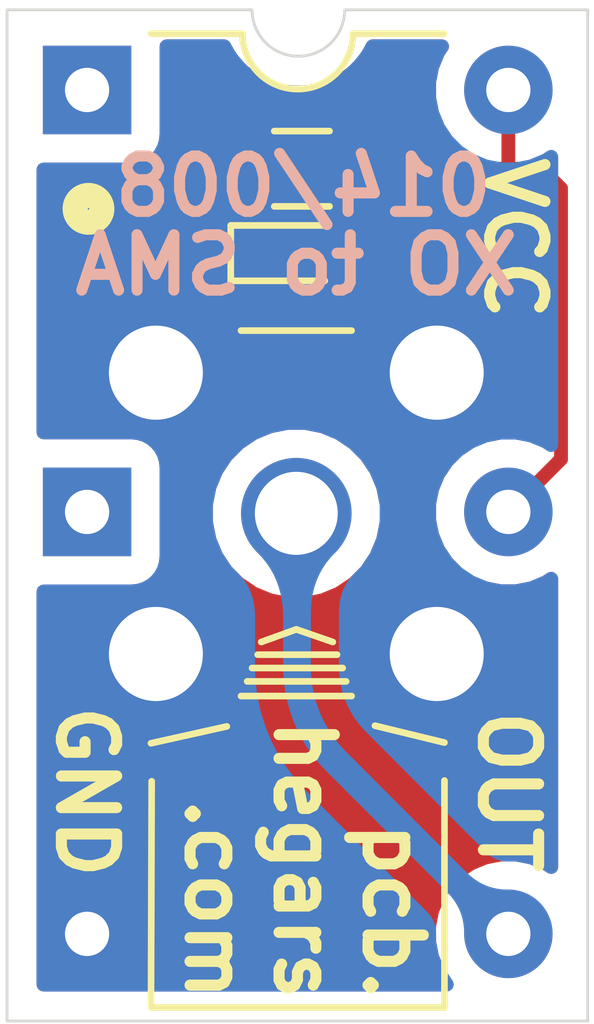
<source format=kicad_pcb>
(kicad_pcb (version 20171130) (host pcbnew "(5.1.8)-1")

  (general
    (thickness 1.6)
    (drawings 57)
    (tracks 36)
    (zones 0)
    (modules 4)
    (nets 5)
  )

  (page A4)
  (layers
    (0 F.Cu signal)
    (31 B.Cu signal)
    (32 B.Adhes user)
    (33 F.Adhes user)
    (34 B.Paste user)
    (35 F.Paste user)
    (36 B.SilkS user)
    (37 F.SilkS user)
    (38 B.Mask user)
    (39 F.Mask user)
    (40 Dwgs.User user)
    (41 Cmts.User user)
    (42 Eco1.User user)
    (43 Eco2.User user)
    (44 Edge.Cuts user)
    (45 Margin user)
    (46 B.CrtYd user)
    (47 F.CrtYd user)
    (48 B.Fab user hide)
    (49 F.Fab user hide)
  )

  (setup
    (last_trace_width 0.25)
    (user_trace_width 0.5)
    (trace_clearance 0.2)
    (zone_clearance 0.508)
    (zone_45_only no)
    (trace_min 0.2)
    (via_size 0.8)
    (via_drill 0.4)
    (via_min_size 0.4)
    (via_min_drill 0.3)
    (uvia_size 0.3)
    (uvia_drill 0.1)
    (uvias_allowed no)
    (uvia_min_size 0.2)
    (uvia_min_drill 0.1)
    (edge_width 0.05)
    (segment_width 0.2)
    (pcb_text_width 0.3)
    (pcb_text_size 1.5 1.5)
    (mod_edge_width 0.12)
    (mod_text_size 1 1)
    (mod_text_width 0.15)
    (pad_size 1.6 1.6)
    (pad_drill 0.8)
    (pad_to_mask_clearance 0.05)
    (aux_axis_origin 0 0)
    (visible_elements 7FFFFFFF)
    (pcbplotparams
      (layerselection 0x010fc_ffffffff)
      (usegerberextensions false)
      (usegerberattributes true)
      (usegerberadvancedattributes true)
      (creategerberjobfile true)
      (excludeedgelayer true)
      (linewidth 0.100000)
      (plotframeref false)
      (viasonmask false)
      (mode 1)
      (useauxorigin false)
      (hpglpennumber 1)
      (hpglpenspeed 20)
      (hpglpendiameter 15.000000)
      (psnegative false)
      (psa4output false)
      (plotreference true)
      (plotvalue true)
      (plotinvisibletext false)
      (padsonsilk false)
      (subtractmaskfromsilk false)
      (outputformat 1)
      (mirror false)
      (drillshape 0)
      (scaleselection 1)
      (outputdirectory "gerber/"))
  )

  (net 0 "")
  (net 1 GND)
  (net 2 OUT)
  (net 3 VCC)
  (net 4 NC)

  (net_class Default "This is the default net class."
    (clearance 0.2)
    (trace_width 0.25)
    (via_dia 0.8)
    (via_drill 0.4)
    (uvia_dia 0.3)
    (uvia_drill 0.1)
    (add_net GND)
    (add_net NC)
    (add_net OUT)
    (add_net VCC)
  )

  (module Sebs:DIP-14_W7.62mm_CLK (layer F.Cu) (tedit 5FD5C923) (tstamp 5FD21094)
    (at 151.0284 96.1009)
    (descr "14-lead though-hole mounted DIP package, row spacing 7.62 mm (300 mils), Socket")
    (tags "THT DIP DIL PDIP 2.54mm 7.62mm 300mil Socket")
    (fp_text reference REF** (at 3.81 -2.33) (layer F.SilkS) hide
      (effects (font (size 1 1) (thickness 0.15)))
    )
    (fp_text value DIP-14_W7.62mm_CLK (at 3.81 17.57) (layer F.Fab)
      (effects (font (size 1 1) (thickness 0.15)))
    )
    (fp_line (start 9.15 -1.6) (end -1.55 -1.6) (layer F.CrtYd) (width 0.05))
    (fp_line (start 9.15 16.85) (end 9.15 -1.6) (layer F.CrtYd) (width 0.05))
    (fp_line (start -1.55 16.85) (end 9.15 16.85) (layer F.CrtYd) (width 0.05))
    (fp_line (start -1.55 -1.6) (end -1.55 16.85) (layer F.CrtYd) (width 0.05))
    (fp_line (start 6.46 -1.016) (end 4.81 -1.016) (layer F.SilkS) (width 0.12))
    (fp_line (start 1.16 16.57) (end 6.46 16.57) (layer F.SilkS) (width 0.12))
    (fp_line (start 2.81 -1.016) (end 1.16 -1.016) (layer F.SilkS) (width 0.12))
    (fp_line (start 8.89 -1.33) (end -1.27 -1.33) (layer F.Fab) (width 0.1))
    (fp_line (start 8.89 16.57) (end 8.89 -1.33) (layer F.Fab) (width 0.1))
    (fp_line (start -1.27 16.57) (end 8.89 16.57) (layer F.Fab) (width 0.1))
    (fp_line (start -1.27 -1.33) (end -1.27 16.57) (layer F.Fab) (width 0.1))
    (fp_line (start 0.635 -0.27) (end 1.635 -1.27) (layer F.Fab) (width 0.1))
    (fp_line (start 0.635 16.51) (end 0.635 -0.27) (layer F.Fab) (width 0.1))
    (fp_line (start 6.985 16.51) (end 0.635 16.51) (layer F.Fab) (width 0.1))
    (fp_line (start 6.985 -1.27) (end 6.985 16.51) (layer F.Fab) (width 0.1))
    (fp_line (start 1.635 -1.27) (end 6.985 -1.27) (layer F.Fab) (width 0.1))
    (fp_text user %R (at 3.81 7.62) (layer F.Fab)
      (effects (font (size 1 1) (thickness 0.15)))
    )
    (fp_arc (start 3.81 -1.016) (end 2.81 -1.016) (angle -180) (layer F.SilkS) (width 0.12))
    (pad 11 thru_hole oval (at 7.62 7.62) (size 1.6 1.6) (drill 0.8) (layers *.Cu *.Mask)
      (net 3 VCC))
    (pad 4 thru_hole rect (at 0 7.62) (size 1.6 1.6) (drill 0.8) (layers *.Cu *.Mask)
      (net 4 NC))
    (pad 14 thru_hole oval (at 7.62 0) (size 1.6 1.6) (drill 0.8) (layers *.Cu *.Mask)
      (net 3 VCC))
    (pad 7 thru_hole oval (at 0 15.24) (size 1.6 1.6) (drill 0.8) (layers *.Cu *.Mask)
      (net 1 GND))
    (pad 8 thru_hole oval (at 7.62 15.24) (size 1.6 1.6) (drill 0.8) (layers *.Cu *.Mask)
      (net 2 OUT))
    (pad 1 thru_hole rect (at 0 0) (size 1.6 1.6) (drill 0.8) (layers *.Cu *.Mask)
      (net 4 NC))
    (model ${KISYS3DMOD}/Housings_DIP.3dshapes/DIP-14_W7.62mm_Socket.wrl
      (at (xyz 0 0 0))
      (scale (xyz 1 1 1))
      (rotate (xyz 0 0 0))
    )
  )

  (module Sebs:SMA_THT_Jack_Straight (layer F.Cu) (tedit 5FD5C6F2) (tstamp 5FD20930)
    (at 154.813 103.7463)
    (descr "SMA pcb through hole jack")
    (tags "SMA THT Jack Straight")
    (fp_text reference REF** (at 0 -5) (layer F.SilkS) hide
      (effects (font (size 1 1) (thickness 0.15)))
    )
    (fp_text value SMA_THT_Jack_Straight (at 0 5) (layer F.Fab)
      (effects (font (size 1 1) (thickness 0.15)))
    )
    (fp_line (start 2.03 -3.05) (end 3.05 -3.05) (layer F.Fab) (width 0.1))
    (fp_line (start -1 -3.3) (end 1 -3.3) (layer F.SilkS) (width 0.12))
    (fp_line (start -1 3.3) (end 1 3.3) (layer F.SilkS) (width 0.12))
    (fp_line (start 3.17 -3.17) (end 3.17 3.17) (layer F.Fab) (width 0.1))
    (fp_line (start -3.17 3.17) (end 3.17 3.17) (layer F.Fab) (width 0.1))
    (fp_line (start -3.17 -3.17) (end -3.17 3.17) (layer F.Fab) (width 0.1))
    (fp_line (start -3.17 -3.17) (end 3.17 -3.17) (layer F.Fab) (width 0.1))
    (fp_line (start -2.03 -3.05) (end -2.03 -2.03) (layer F.Fab) (width 0.1))
    (fp_line (start -3.05 -2.03) (end -2.03 -2.03) (layer F.Fab) (width 0.1))
    (fp_line (start -2.03 2.03) (end -2.03 3.05) (layer F.Fab) (width 0.1))
    (fp_line (start -3.05 2.03) (end -2.03 2.03) (layer F.Fab) (width 0.1))
    (fp_line (start 2.03 -3.05) (end 2.03 -2.03) (layer F.Fab) (width 0.1))
    (fp_line (start 2.03 -2.03) (end 3.05 -2.03) (layer F.Fab) (width 0.1))
    (fp_line (start 3.05 2.03) (end 2.03 2.03) (layer F.Fab) (width 0.1))
    (fp_line (start 2.03 2.03) (end 2.03 3.05) (layer F.Fab) (width 0.1))
    (fp_line (start -4.14 -4.14) (end 4.14 -4.14) (layer F.CrtYd) (width 0.05))
    (fp_line (start -4.14 -4.14) (end -4.14 4.14) (layer F.CrtYd) (width 0.05))
    (fp_line (start 4.14 4.14) (end 4.14 -4.14) (layer F.CrtYd) (width 0.05))
    (fp_line (start 4.14 4.14) (end -4.14 4.14) (layer F.CrtYd) (width 0.05))
    (fp_circle (center 0 0) (end 2.04 0) (layer F.Fab) (width 0.1))
    (fp_circle (center 0 0) (end 0.635 0) (layer F.Fab) (width 0.1))
    (fp_line (start 3.05 -3.05) (end 3.05 -2.03) (layer F.Fab) (width 0.1))
    (fp_line (start -3.05 -3.05) (end -3.05 -2.03) (layer F.Fab) (width 0.1))
    (fp_line (start -3.05 -3.05) (end -2.03 -3.05) (layer F.Fab) (width 0.1))
    (fp_line (start -3.05 3.05) (end -2.03 3.05) (layer F.Fab) (width 0.1))
    (fp_line (start -3.05 3.05) (end -3.05 2.03) (layer F.Fab) (width 0.1))
    (fp_line (start 3.05 2.03) (end 3.05 3.05) (layer F.Fab) (width 0.1))
    (fp_line (start 2.03 3.05) (end 3.05 3.05) (layer F.Fab) (width 0.1))
    (fp_text user %R (at 0 -5) (layer F.Fab)
      (effects (font (size 1 1) (thickness 0.15)))
    )
    (pad 1 thru_hole circle (at 0 0) (size 2 2) (drill 1.5) (layers *.Cu *.Mask)
      (net 2 OUT))
    (pad 2 thru_hole circle (at 2.54 2.54) (size 2.2 2.2) (drill 1.7) (layers *.Cu *.Mask)
      (net 1 GND))
    (pad 2 thru_hole circle (at 2.54 -2.54) (size 2.2 2.2) (drill 1.7) (layers *.Cu *.Mask)
      (net 1 GND))
    (pad 2 thru_hole circle (at -2.54 -2.54) (size 2.2 2.2) (drill 1.7) (layers *.Cu *.Mask)
      (net 1 GND))
    (pad 2 thru_hole circle (at -2.54 2.54) (size 2.2 2.2) (drill 1.7) (layers *.Cu *.Mask)
      (net 1 GND))
    (model ${KISYS3DMOD}/Connector_Coaxial.3dshapes/SMA_Amphenol_132291_Vertical.step
      (at (xyz 0 0 0))
      (scale (xyz 1 1 1))
      (rotate (xyz 0 0 0))
    )
  )

  (module Resistors_SMD:R_0603 (layer F.Cu) (tedit 5FD20897) (tstamp 5FD2228E)
    (at 154.9139 97.5233 180)
    (descr "Resistor SMD 0603, reflow soldering, Vishay (see dcrcw.pdf)")
    (tags "resistor 0603")
    (attr smd)
    (fp_text reference R1 (at 2.044 0.0254) (layer F.SilkS) hide
      (effects (font (size 1 1) (thickness 0.15)))
    )
    (fp_text value R_0603 (at 0 1.5) (layer F.Fab)
      (effects (font (size 1 1) (thickness 0.15)))
    )
    (fp_line (start -0.8 0.4) (end -0.8 -0.4) (layer F.Fab) (width 0.1))
    (fp_line (start 0.8 0.4) (end -0.8 0.4) (layer F.Fab) (width 0.1))
    (fp_line (start 0.8 -0.4) (end 0.8 0.4) (layer F.Fab) (width 0.1))
    (fp_line (start -0.8 -0.4) (end 0.8 -0.4) (layer F.Fab) (width 0.1))
    (fp_line (start 0.5 0.68) (end -0.5 0.68) (layer F.SilkS) (width 0.12))
    (fp_line (start -0.5 -0.68) (end 0.5 -0.68) (layer F.SilkS) (width 0.12))
    (fp_line (start -1.25 -0.7) (end 1.25 -0.7) (layer F.CrtYd) (width 0.05))
    (fp_line (start -1.25 -0.7) (end -1.25 0.7) (layer F.CrtYd) (width 0.05))
    (fp_line (start 1.25 0.7) (end 1.25 -0.7) (layer F.CrtYd) (width 0.05))
    (fp_line (start 1.25 0.7) (end -1.25 0.7) (layer F.CrtYd) (width 0.05))
    (fp_text user %R (at 0 0) (layer F.Fab)
      (effects (font (size 0.4 0.4) (thickness 0.075)))
    )
    (pad 1 smd rect (at -0.75 0 180) (size 0.5 0.9) (layers F.Cu F.Paste F.Mask)
      (net 3 VCC))
    (pad 2 smd rect (at 0.75 0 180) (size 0.5 0.9) (layers F.Cu F.Paste F.Mask))
    (model ${KISYS3DMOD}/Resistors_SMD.3dshapes/R_0603.wrl
      (at (xyz 0 0 0))
      (scale (xyz 1 1 1))
      (rotate (xyz 0 0 0))
    )
  )

  (module Digikey:LED_0603 (layer F.Cu) (tedit 5FD20881) (tstamp 5FD221DA)
    (at 154.9273 99.0473)
    (attr smd)
    (fp_text reference REF** (at 0 -1.61) (layer F.SilkS) hide
      (effects (font (size 1 1) (thickness 0.15)))
    )
    (fp_text value LED_0603 (at 0 1.77) (layer F.Fab)
      (effects (font (size 1 1) (thickness 0.15)))
    )
    (fp_line (start 0.85 0.4) (end 0.85 -0.4) (layer F.Fab) (width 0.12))
    (fp_line (start -0.85 0.4) (end -0.85 -0.4) (layer F.Fab) (width 0.12))
    (fp_line (start -0.85 -0.4) (end 0.85 -0.4) (layer F.Fab) (width 0.12))
    (fp_line (start -0.85 0.4) (end 0.85 0.4) (layer F.Fab) (width 0.12))
    (fp_line (start -1.4 0.71) (end -1.4 -0.71) (layer F.CrtYd) (width 0.05))
    (fp_line (start 1.4 0.71) (end 1.4 -0.71) (layer F.CrtYd) (width 0.05))
    (fp_line (start -1.4 -0.71) (end 1.4 -0.71) (layer F.CrtYd) (width 0.05))
    (fp_line (start -1.4 0.71) (end 1.4 0.71) (layer F.CrtYd) (width 0.05))
    (fp_line (start -1.3 0.5) (end 0.4 0.5) (layer F.SilkS) (width 0.12))
    (fp_line (start -1.3 -0.3) (end -1.3 0.5) (layer F.SilkS) (width 0.12))
    (fp_line (start -1.3 -0.5) (end -1.3 -0.3) (layer F.SilkS) (width 0.12))
    (fp_line (start -1.2 -0.5) (end -1.3 -0.5) (layer F.SilkS) (width 0.12))
    (fp_line (start -1.1 -0.5) (end -1.2 -0.5) (layer F.SilkS) (width 0.12))
    (fp_line (start -1.1 -0.5) (end 0.4 -0.5) (layer F.SilkS) (width 0.12))
    (fp_line (start 0.1 0.2) (end 0.1 0) (layer F.Fab) (width 0.12))
    (fp_line (start -0.2 0) (end 0.1 0.2) (layer F.Fab) (width 0.12))
    (fp_line (start 0.1 -0.2) (end -0.2 0) (layer F.Fab) (width 0.12))
    (fp_line (start 0.1 0) (end 0.1 -0.2) (layer F.Fab) (width 0.12))
    (fp_line (start 0.5 0) (end 0.1 0) (layer F.Fab) (width 0.12))
    (fp_line (start -0.3 -0.2) (end -0.3 0.1) (layer F.Fab) (width 0.12))
    (fp_line (start -0.3 0.2) (end -0.3 0.1) (layer F.Fab) (width 0.12))
    (pad 2 smd rect (at 0.75 0) (size 0.8 0.8) (layers F.Cu F.Paste F.Mask))
    (pad 1 smd rect (at -0.75 0) (size 0.8 0.8) (layers F.Cu F.Paste F.Mask)
      (net 1 GND))
    (model ${KISYS3DMOD}/LED_SMD.3dshapes/LED_0603_1608Metric_Castellated.step
      (at (xyz 0 0 0))
      (scale (xyz 1.2 1 0.4))
      (rotate (xyz 0 0 0))
    )
  )

  (gr_line (start 154.813 105.8418) (end 155.4734 106.0704) (layer F.SilkS) (width 0.12))
  (gr_line (start 154.178 106.0704) (end 154.813 105.8418) (layer F.SilkS) (width 0.12))
  (gr_line (start 154.1145 106.299) (end 155.5496 106.299) (layer F.SilkS) (width 0.12))
  (gr_line (start 154.0129 106.5403) (end 155.6512 106.5403) (layer F.SilkS) (width 0.12))
  (gr_line (start 153.924 106.7816) (end 155.7147 106.7816) (layer F.SilkS) (width 0.12))
  (gr_line (start 153.5557 107.5944) (end 152.1841 107.8992) (layer F.SilkS) (width 0.12))
  (gr_line (start 156.2354 107.5817) (end 157.4927 107.8865) (layer F.SilkS) (width 0.12))
  (gr_line (start 152.1841 112.6617) (end 152.1968 108.585) (layer F.SilkS) (width 0.12))
  (gr_line (start 157.4927 112.6744) (end 157.4927 108.5723) (layer F.SilkS) (width 0.12))
  (gr_arc (start 154.8511 94.6531) (end 154.0129 94.6531) (angle -180) (layer Edge.Cuts) (width 0.05))
  (gr_line (start 155.2067 105.0671) (end 155.3083 104.7496) (layer B.Mask) (width 0.15))
  (gr_line (start 154.3558 104.7623) (end 155.194 105.0544) (layer B.Mask) (width 0.15))
  (gr_line (start 154.4447 105.0544) (end 154.3558 104.7623) (layer B.Mask) (width 0.15))
  (gr_line (start 158.2801 110.4265) (end 158.6484 110.5789) (layer B.Mask) (width 0.15))
  (gr_line (start 157.7594 110.9599) (end 157.861 111.2774) (layer B.Mask) (width 0.15))
  (gr_line (start 155.5115 104.4321) (end 155.3083 104.7496) (layer B.Mask) (width 0.15))
  (gr_line (start 154.178 104.4829) (end 154.3558 104.7877) (layer B.Mask) (width 0.15))
  (gr_line (start 154.828607 106.636659) (end 154.8257 106.5182) (layer B.Mask) (width 0.9) (tstamp F8))
  (gr_line (start 154.837324 106.754834) (end 154.828607 106.636659) (layer B.Mask) (width 0.9) (tstamp F8))
  (gr_line (start 154.851829 106.872438) (end 154.837324 106.754834) (layer B.Mask) (width 0.9) (tstamp F8))
  (gr_line (start 154.872087 106.989189) (end 154.851829 106.872438) (layer B.Mask) (width 0.9) (tstamp F8))
  (gr_line (start 154.89805 107.104805) (end 154.872087 106.989189) (layer B.Mask) (width 0.9) (tstamp F8))
  (gr_line (start 154.929654 107.219008) (end 154.89805 107.104805) (layer B.Mask) (width 0.9) (tstamp F8))
  (gr_line (start 154.966824 107.331523) (end 154.929654 107.219008) (layer B.Mask) (width 0.9) (tstamp F8))
  (gr_line (start 155.00947 107.442079) (end 154.966824 107.331523) (layer B.Mask) (width 0.9) (tstamp F8))
  (gr_line (start 155.057489 107.550408) (end 155.00947 107.442079) (layer B.Mask) (width 0.9) (tstamp F8))
  (gr_line (start 155.110766 107.656251) (end 155.057489 107.550408) (layer B.Mask) (width 0.9) (tstamp F8))
  (gr_line (start 155.169172 107.759353) (end 155.110766 107.656251) (layer B.Mask) (width 0.9) (tstamp F8))
  (gr_line (start 155.232567 107.859464) (end 155.169172 107.759353) (layer B.Mask) (width 0.9) (tstamp F8))
  (gr_line (start 155.300798 107.956344) (end 155.232567 107.859464) (layer B.Mask) (width 0.9) (tstamp F8))
  (gr_line (start 155.3737 108.04976) (end 155.300798 107.956344) (layer B.Mask) (width 0.9) (tstamp F8))
  (gr_line (start 155.451098 108.139485) (end 155.3737 108.04976) (layer B.Mask) (width 0.9) (tstamp F8))
  (gr_line (start 155.532806 108.225306) (end 155.451098 108.139485) (layer B.Mask) (width 0.9) (tstamp F8))
  (gr_line (start 155.451098 108.139485) (end 155.3737 108.04976) (layer B.Mask) (width 0.9) (tstamp F8))
  (gr_line (start 154.89805 107.104805) (end 154.872087 106.989189) (layer B.Mask) (width 0.9) (tstamp F8))
  (gr_line (start 154.966824 107.331523) (end 154.929654 107.219008) (layer B.Mask) (width 0.9) (tstamp F8))
  (gr_line (start 155.169172 107.759353) (end 155.110766 107.656251) (layer B.Mask) (width 0.9) (tstamp F8))
  (gr_line (start 155.532806 108.225306) (end 158.6484 111.3409) (layer B.Mask) (width 0.9) (tstamp F8))
  (gr_line (start 154.8257 106.5182) (end 154.8257 103.7844) (layer B.Mask) (width 0.9) (tstamp F8))
  (gr_circle (center 151.0538 98.2472) (end 151.0665 98.2091) (layer F.SilkS) (width 0.12))
  (gr_circle (center 151.0538 98.2472) (end 151.0919 98.1837) (layer F.SilkS) (width 0.12))
  (gr_circle (center 151.0538 98.2472) (end 151.1173 98.0694) (layer F.SilkS) (width 0.12))
  (gr_circle (center 151.0538 98.2472) (end 151.13 97.9551) (layer F.SilkS) (width 0.12))
  (gr_circle (center 151.0538 98.2472) (end 151.461982 98.2472) (layer F.SilkS) (width 0.12))
  (gr_text "pcb.\nhegars\n.com" (at 154.9527 112.6363 270) (layer F.SilkS) (tstamp 5FD22A5E)
    (effects (font (size 1 1) (thickness 0.2)) (justify right))
  )
  (gr_text "XO to SMA" (at 154.813 99.2632) (layer B.SilkS) (tstamp 5FD226F6)
    (effects (font (size 1 1) (thickness 0.2)) (justify mirror))
  )
  (gr_text 014/008 (at 154.94 97.8408) (layer B.SilkS) (tstamp 5FD22670)
    (effects (font (size 1 1) (thickness 0.2)) (justify mirror))
  )
  (gr_line (start 151.0411 96.1644) (end 158.6484 111.379) (layer F.Fab) (width 0.15))
  (gr_line (start 151.0411 111.3917) (end 158.6611 96.139) (layer F.Fab) (width 0.15))
  (gr_line (start 154.0129 94.6531) (end 149.5806 94.6531) (layer Edge.Cuts) (width 0.05) (tstamp 5FD219D8))
  (gr_text OUT (at 158.6484 108.7755 270) (layer F.SilkS) (tstamp 5FD217EC)
    (effects (font (size 1 1) (thickness 0.2)))
  )
  (gr_text GND (at 151.0157 108.7755 270) (layer F.SilkS)
    (effects (font (size 1 1) (thickness 0.2)))
  )
  (gr_text VCC (at 158.7627 98.7806 270) (layer F.SilkS)
    (effects (font (size 1 1) (thickness 0.2)))
  )
  (gr_line (start 149.5806 112.9157) (end 149.5806 94.6531) (layer Edge.Cuts) (width 0.05))
  (gr_line (start 160.0835 112.9157) (end 149.5806 112.9157) (layer Edge.Cuts) (width 0.05))
  (gr_line (start 160.0835 94.6531) (end 160.0835 112.9157) (layer Edge.Cuts) (width 0.05))
  (gr_line (start 155.6893 94.6531) (end 160.0835 94.6531) (layer Edge.Cuts) (width 0.05))

  (segment (start 154.1639 97.5233) (end 154.7114 97.5233) (width 0.25) (layer F.Cu) (net 0))
  (segment (start 154.7114 97.5233) (end 154.94 97.7519) (width 0.25) (layer F.Cu) (net 0))
  (segment (start 154.94 97.7519) (end 154.94 98.8568) (width 0.25) (layer F.Cu) (net 0))
  (segment (start 155.1305 99.0473) (end 155.6773 99.0473) (width 0.25) (layer F.Cu) (net 0))
  (segment (start 154.94 98.8568) (end 155.1305 99.0473) (width 0.25) (layer F.Cu) (net 0))
  (segment (start 155.532806 108.225306) (end 158.6484 111.3409) (width 0.5) (layer B.Cu) (net 2))
  (segment (start 155.532806 108.225306) (end 155.451098 108.139485) (width 0.5) (layer B.Cu) (net 2) (tstamp F8))
  (segment (start 155.451098 108.139485) (end 155.3737 108.04976) (width 0.5) (layer B.Cu) (net 2) (tstamp F8))
  (segment (start 155.3737 108.04976) (end 155.300798 107.956344) (width 0.5) (layer B.Cu) (net 2) (tstamp F8))
  (segment (start 155.300798 107.956344) (end 155.232567 107.859464) (width 0.5) (layer B.Cu) (net 2) (tstamp F8))
  (segment (start 155.232567 107.859464) (end 155.169172 107.759353) (width 0.5) (layer B.Cu) (net 2) (tstamp F8))
  (segment (start 155.169172 107.759353) (end 155.110766 107.656251) (width 0.5) (layer B.Cu) (net 2) (tstamp F8))
  (segment (start 155.110766 107.656251) (end 155.057489 107.550408) (width 0.5) (layer B.Cu) (net 2) (tstamp F8))
  (segment (start 155.057489 107.550408) (end 155.00947 107.442079) (width 0.5) (layer B.Cu) (net 2) (tstamp F8))
  (segment (start 155.00947 107.442079) (end 154.966824 107.331523) (width 0.5) (layer B.Cu) (net 2) (tstamp F8))
  (segment (start 154.966824 107.331523) (end 154.929654 107.219008) (width 0.5) (layer B.Cu) (net 2) (tstamp F8))
  (segment (start 154.929654 107.219008) (end 154.89805 107.104805) (width 0.5) (layer B.Cu) (net 2) (tstamp F8))
  (segment (start 154.89805 107.104805) (end 154.872087 106.989189) (width 0.5) (layer B.Cu) (net 2) (tstamp F8))
  (segment (start 154.872087 106.989189) (end 154.851829 106.872438) (width 0.5) (layer B.Cu) (net 2) (tstamp F8))
  (segment (start 154.851829 106.872438) (end 154.837324 106.754834) (width 0.5) (layer B.Cu) (net 2) (tstamp F8))
  (segment (start 154.837324 106.754834) (end 154.828607 106.636659) (width 0.5) (layer B.Cu) (net 2) (tstamp F8))
  (segment (start 154.828607 106.636659) (end 154.8257 106.5182) (width 0.5) (layer B.Cu) (net 2) (tstamp F8))
  (segment (start 154.8257 106.5182) (end 154.8257 103.7844) (width 0.5) (layer B.Cu) (net 2))
  (segment (start 155.6639 97.5233) (end 158.3817 97.5233) (width 0.25) (layer F.Cu) (net 3))
  (segment (start 158.6484 96.1009) (end 158.6484 97.2566) (width 0.25) (layer F.Cu) (net 3))
  (segment (start 158.6484 97.2566) (end 158.6484 97.4979) (width 0.25) (layer F.Cu) (net 3))
  (segment (start 158.6484 97.4979) (end 158.623 97.5233) (width 0.25) (layer F.Cu) (net 3))
  (segment (start 158.623 97.5233) (end 158.3817 97.5233) (width 0.25) (layer F.Cu) (net 3))
  (segment (start 158.623 97.5233) (end 158.7881 97.5233) (width 0.25) (layer F.Cu) (net 3))
  (segment (start 158.6484 103.7209) (end 159.6009 102.7684) (width 0.25) (layer F.Cu) (net 3))
  (segment (start 159.6009 102.7684) (end 159.6009 99.0092) (width 0.25) (layer F.Cu) (net 3))
  (segment (start 159.6009 98.1202) (end 159.6009 97.9551) (width 0.25) (layer F.Cu) (net 3))
  (segment (start 159.6009 99.0092) (end 159.6009 98.1202) (width 0.25) (layer F.Cu) (net 3))
  (segment (start 159.6009 98.1202) (end 159.6009 97.8789) (width 0.25) (layer F.Cu) (net 3))
  (segment (start 159.2453 97.5233) (end 158.623 97.5233) (width 0.25) (layer F.Cu) (net 3))
  (segment (start 159.6009 97.8789) (end 159.2453 97.5233) (width 0.25) (layer F.Cu) (net 3))

  (zone (net 1) (net_name GND) (layer F.Cu) (tstamp 5FD246C1) (hatch none 0.508)
    (connect_pads yes (clearance 0.508))
    (min_thickness 0.254)
    (fill yes (arc_segments 32) (thermal_gap 0.508) (thermal_bridge_width 0.508))
    (polygon
      (pts
        (xy 160.0835 94.6531) (xy 160.0835 112.903) (xy 149.5806 112.903) (xy 149.5806 94.6531)
      )
    )
    (filled_polygon
      (pts
        (xy 153.581128 95.444613) (xy 153.61492 95.493965) (xy 153.648025 95.543793) (xy 153.653899 95.550893) (xy 153.759051 95.676209)
        (xy 153.801765 95.718038) (xy 153.843943 95.760511) (xy 153.851084 95.766335) (xy 153.978576 95.86884) (xy 154.028594 95.90157)
        (xy 154.078219 95.935044) (xy 154.086356 95.93937) (xy 154.231328 96.01516) (xy 154.28679 96.037568) (xy 154.34194 96.060751)
        (xy 154.350762 96.063414) (xy 154.507694 96.109601) (xy 154.56642 96.120803) (xy 154.625046 96.132838) (xy 154.634217 96.133736)
        (xy 154.634218 96.133736) (xy 154.634223 96.133737) (xy 154.634228 96.133737) (xy 154.797132 96.148563) (xy 154.856913 96.148146)
        (xy 154.916771 96.148564) (xy 154.925942 96.147664) (xy 155.088634 96.130564) (xy 155.147216 96.118539) (xy 155.205989 96.107328)
        (xy 155.21481 96.104664) (xy 155.371082 96.05629) (xy 155.426196 96.033122) (xy 155.481695 96.010699) (xy 155.489831 96.006372)
        (xy 155.63373 95.928565) (xy 155.683318 95.895117) (xy 155.733373 95.862363) (xy 155.740514 95.856538) (xy 155.866561 95.752263)
        (xy 155.908697 95.709832) (xy 155.951449 95.667967) (xy 155.957323 95.660866) (xy 156.060716 95.534095) (xy 156.093817 95.484274)
        (xy 156.12762 95.434907) (xy 156.132002 95.426801) (xy 156.192457 95.3131) (xy 157.448932 95.3131) (xy 157.37672 95.421173)
        (xy 157.268547 95.682326) (xy 157.2134 95.959565) (xy 157.2134 96.242235) (xy 157.268547 96.519474) (xy 157.369543 96.7633)
        (xy 156.46822 96.7633) (xy 156.444437 96.718806) (xy 156.365085 96.622115) (xy 156.268394 96.542763) (xy 156.15808 96.483798)
        (xy 156.038382 96.447488) (xy 155.9139 96.435228) (xy 155.4139 96.435228) (xy 155.289418 96.447488) (xy 155.16972 96.483798)
        (xy 155.059406 96.542763) (xy 154.962715 96.622115) (xy 154.9139 96.681596) (xy 154.865085 96.622115) (xy 154.768394 96.542763)
        (xy 154.65808 96.483798) (xy 154.538382 96.447488) (xy 154.4139 96.435228) (xy 153.9139 96.435228) (xy 153.789418 96.447488)
        (xy 153.66972 96.483798) (xy 153.559406 96.542763) (xy 153.462715 96.622115) (xy 153.383363 96.718806) (xy 153.324398 96.82912)
        (xy 153.288088 96.948818) (xy 153.275828 97.0733) (xy 153.275828 97.9733) (xy 153.288088 98.097782) (xy 153.324398 98.21748)
        (xy 153.383363 98.327794) (xy 153.462715 98.424485) (xy 153.559406 98.503837) (xy 153.66972 98.562802) (xy 153.789418 98.599112)
        (xy 153.9139 98.611372) (xy 154.180001 98.611372) (xy 154.180001 98.819468) (xy 154.176324 98.8568) (xy 154.190998 99.005785)
        (xy 154.234454 99.149046) (xy 154.305026 99.281076) (xy 154.376201 99.367802) (xy 154.4 99.396801) (xy 154.428998 99.420599)
        (xy 154.566696 99.558297) (xy 154.590499 99.587301) (xy 154.677972 99.659088) (xy 154.687798 99.69148) (xy 154.746763 99.801794)
        (xy 154.826115 99.898485) (xy 154.922806 99.977837) (xy 155.03312 100.036802) (xy 155.152818 100.073112) (xy 155.2773 100.085372)
        (xy 156.0773 100.085372) (xy 156.201782 100.073112) (xy 156.32148 100.036802) (xy 156.431794 99.977837) (xy 156.528485 99.898485)
        (xy 156.607837 99.801794) (xy 156.666802 99.69148) (xy 156.703112 99.571782) (xy 156.715372 99.4473) (xy 156.715372 98.6473)
        (xy 156.703112 98.522818) (xy 156.666802 98.40312) (xy 156.607837 98.292806) (xy 156.600036 98.2833) (xy 158.585678 98.2833)
        (xy 158.623 98.286976) (xy 158.660322 98.2833) (xy 158.8409 98.2833) (xy 158.8409 99.046532) (xy 158.840901 99.046542)
        (xy 158.8409 102.296078) (xy 158.789735 102.2859) (xy 158.507065 102.2859) (xy 158.229826 102.341047) (xy 157.968673 102.44922)
        (xy 157.733641 102.606263) (xy 157.533763 102.806141) (xy 157.37672 103.041173) (xy 157.268547 103.302326) (xy 157.2134 103.579565)
        (xy 157.2134 103.862235) (xy 157.268547 104.139474) (xy 157.37672 104.400627) (xy 157.533763 104.635659) (xy 157.733641 104.835537)
        (xy 157.968673 104.99258) (xy 158.229826 105.100753) (xy 158.507065 105.1559) (xy 158.789735 105.1559) (xy 159.066974 105.100753)
        (xy 159.328127 104.99258) (xy 159.423501 104.928854) (xy 159.423501 110.132947) (xy 159.328127 110.06922) (xy 159.066974 109.961047)
        (xy 158.789735 109.9059) (xy 158.507065 109.9059) (xy 158.229826 109.961047) (xy 157.968673 110.06922) (xy 157.733641 110.226263)
        (xy 157.533763 110.426141) (xy 157.37672 110.661173) (xy 157.268547 110.922326) (xy 157.2134 111.199565) (xy 157.2134 111.482235)
        (xy 157.268547 111.759474) (xy 157.37672 112.020627) (xy 157.533763 112.255659) (xy 157.533804 112.2557) (xy 150.2406 112.2557)
        (xy 150.2406 105.158972) (xy 151.8284 105.158972) (xy 151.952882 105.146712) (xy 152.07258 105.110402) (xy 152.182894 105.051437)
        (xy 152.279585 104.972085) (xy 152.358937 104.875394) (xy 152.417902 104.76508) (xy 152.454212 104.645382) (xy 152.466472 104.5209)
        (xy 152.466472 103.585267) (xy 153.178 103.585267) (xy 153.178 103.907333) (xy 153.240832 104.223212) (xy 153.364082 104.520763)
        (xy 153.543013 104.788552) (xy 153.770748 105.016287) (xy 154.038537 105.195218) (xy 154.336088 105.318468) (xy 154.651967 105.3813)
        (xy 154.974033 105.3813) (xy 155.289912 105.318468) (xy 155.587463 105.195218) (xy 155.855252 105.016287) (xy 156.082987 104.788552)
        (xy 156.261918 104.520763) (xy 156.385168 104.223212) (xy 156.448 103.907333) (xy 156.448 103.585267) (xy 156.385168 103.269388)
        (xy 156.261918 102.971837) (xy 156.082987 102.704048) (xy 155.855252 102.476313) (xy 155.587463 102.297382) (xy 155.289912 102.174132)
        (xy 154.974033 102.1113) (xy 154.651967 102.1113) (xy 154.336088 102.174132) (xy 154.038537 102.297382) (xy 153.770748 102.476313)
        (xy 153.543013 102.704048) (xy 153.364082 102.971837) (xy 153.240832 103.269388) (xy 153.178 103.585267) (xy 152.466472 103.585267)
        (xy 152.466472 102.9209) (xy 152.454212 102.796418) (xy 152.417902 102.67672) (xy 152.358937 102.566406) (xy 152.279585 102.469715)
        (xy 152.182894 102.390363) (xy 152.07258 102.331398) (xy 151.952882 102.295088) (xy 151.8284 102.282828) (xy 150.2406 102.282828)
        (xy 150.2406 97.538972) (xy 151.8284 97.538972) (xy 151.952882 97.526712) (xy 152.07258 97.490402) (xy 152.182894 97.431437)
        (xy 152.279585 97.352085) (xy 152.358937 97.255394) (xy 152.417902 97.14508) (xy 152.454212 97.025382) (xy 152.466472 96.9009)
        (xy 152.466472 95.3131) (xy 153.508829 95.3131)
      )
    )
  )
  (zone (net 1) (net_name GND) (layer B.Cu) (tstamp 5FD246BE) (hatch edge 0.508)
    (connect_pads yes (clearance 0.508))
    (min_thickness 0.254)
    (fill yes (arc_segments 32) (thermal_gap 0.508) (thermal_bridge_width 0.508))
    (polygon
      (pts
        (xy 160.0835 112.903) (xy 160.0835 94.6531) (xy 149.5806 94.6531) (xy 149.5806 112.903)
      )
    )
    (filled_polygon
      (pts
        (xy 153.581128 95.444613) (xy 153.61492 95.493965) (xy 153.648025 95.543793) (xy 153.653899 95.550893) (xy 153.759051 95.676209)
        (xy 153.801765 95.718038) (xy 153.843943 95.760511) (xy 153.851084 95.766335) (xy 153.978576 95.86884) (xy 154.028594 95.90157)
        (xy 154.078219 95.935044) (xy 154.086356 95.93937) (xy 154.231328 96.01516) (xy 154.28679 96.037568) (xy 154.34194 96.060751)
        (xy 154.350762 96.063414) (xy 154.507694 96.109601) (xy 154.56642 96.120803) (xy 154.625046 96.132838) (xy 154.634217 96.133736)
        (xy 154.634218 96.133736) (xy 154.634223 96.133737) (xy 154.634228 96.133737) (xy 154.797132 96.148563) (xy 154.856913 96.148146)
        (xy 154.916771 96.148564) (xy 154.925942 96.147664) (xy 155.088634 96.130564) (xy 155.147216 96.118539) (xy 155.205989 96.107328)
        (xy 155.21481 96.104664) (xy 155.371082 96.05629) (xy 155.426196 96.033122) (xy 155.481695 96.010699) (xy 155.489831 96.006372)
        (xy 155.63373 95.928565) (xy 155.683318 95.895117) (xy 155.733373 95.862363) (xy 155.740514 95.856538) (xy 155.866561 95.752263)
        (xy 155.908697 95.709832) (xy 155.951449 95.667967) (xy 155.957323 95.660866) (xy 156.060716 95.534095) (xy 156.093817 95.484274)
        (xy 156.12762 95.434907) (xy 156.132002 95.426801) (xy 156.192457 95.3131) (xy 157.448932 95.3131) (xy 157.37672 95.421173)
        (xy 157.268547 95.682326) (xy 157.2134 95.959565) (xy 157.2134 96.242235) (xy 157.268547 96.519474) (xy 157.37672 96.780627)
        (xy 157.533763 97.015659) (xy 157.733641 97.215537) (xy 157.968673 97.37258) (xy 158.229826 97.480753) (xy 158.507065 97.5359)
        (xy 158.789735 97.5359) (xy 159.066974 97.480753) (xy 159.328127 97.37258) (xy 159.4235 97.308854) (xy 159.4235 102.512946)
        (xy 159.328127 102.44922) (xy 159.066974 102.341047) (xy 158.789735 102.2859) (xy 158.507065 102.2859) (xy 158.229826 102.341047)
        (xy 157.968673 102.44922) (xy 157.733641 102.606263) (xy 157.533763 102.806141) (xy 157.37672 103.041173) (xy 157.268547 103.302326)
        (xy 157.2134 103.579565) (xy 157.2134 103.862235) (xy 157.268547 104.139474) (xy 157.37672 104.400627) (xy 157.533763 104.635659)
        (xy 157.733641 104.835537) (xy 157.968673 104.99258) (xy 158.229826 105.100753) (xy 158.507065 105.1559) (xy 158.789735 105.1559)
        (xy 159.066974 105.100753) (xy 159.328127 104.99258) (xy 159.423501 104.928854) (xy 159.423501 110.132947) (xy 159.328127 110.06922)
        (xy 159.066974 109.961047) (xy 158.789735 109.9059) (xy 158.64773 109.9059) (xy 158.597151 109.904497) (xy 158.564087 109.900983)
        (xy 158.534284 109.895342) (xy 158.506691 109.887698) (xy 158.480216 109.877901) (xy 158.453823 109.865529) (xy 158.426648 109.849937)
        (xy 158.398028 109.830317) (xy 158.367626 109.805844) (xy 158.327456 109.768377) (xy 156.166282 107.607204) (xy 156.107028 107.544967)
        (xy 156.058027 107.488161) (xy 156.011842 107.428981) (xy 155.96864 107.367639) (xy 155.928492 107.30424) (xy 155.8915 107.238937)
        (xy 155.85776 107.171909) (xy 155.82735 107.103305) (xy 155.800343 107.033292) (xy 155.776799 106.962022) (xy 155.756786 106.889705)
        (xy 155.740343 106.816481) (xy 155.727514 106.742543) (xy 155.718327 106.668062) (xy 155.712808 106.593235) (xy 155.7107 106.507346)
        (xy 155.7107 105.599945) (xy 155.712367 105.491118) (xy 155.719694 105.406394) (xy 155.732325 105.329069) (xy 155.749757 105.258383)
        (xy 155.771679 105.193362) (xy 155.798058 105.132846) (xy 155.829188 105.075629) (xy 155.865637 105.020659) (xy 155.90828 104.966997)
        (xy 155.967724 104.903815) (xy 156.082987 104.788552) (xy 156.261918 104.520763) (xy 156.385168 104.223212) (xy 156.448 103.907333)
        (xy 156.448 103.585267) (xy 156.385168 103.269388) (xy 156.261918 102.971837) (xy 156.082987 102.704048) (xy 155.855252 102.476313)
        (xy 155.587463 102.297382) (xy 155.289912 102.174132) (xy 154.974033 102.1113) (xy 154.651967 102.1113) (xy 154.336088 102.174132)
        (xy 154.038537 102.297382) (xy 153.770748 102.476313) (xy 153.543013 102.704048) (xy 153.364082 102.971837) (xy 153.240832 103.269388)
        (xy 153.178 103.585267) (xy 153.178 103.907333) (xy 153.240832 104.223212) (xy 153.364082 104.520763) (xy 153.543013 104.788552)
        (xy 153.658675 104.904214) (xy 153.719326 104.968488) (xy 153.76396 105.024099) (xy 153.802713 105.081454) (xy 153.836316 105.141367)
        (xy 153.865254 105.204758) (xy 153.889781 105.272657) (xy 153.909893 105.346085) (xy 153.925333 105.425851) (xy 153.935701 105.512678)
        (xy 153.9407 105.611156) (xy 153.9407 106.485604) (xy 153.9399 106.496448) (xy 153.9407 106.529049) (xy 153.9407 106.561676)
        (xy 153.941766 106.572503) (xy 153.943341 106.636661) (xy 153.942807 106.658403) (xy 153.944406 106.680083) (xy 153.94494 106.701834)
        (xy 153.947604 106.723436) (xy 153.953124 106.798267) (xy 153.953658 106.820016) (xy 153.956321 106.84161) (xy 153.957921 106.863296)
        (xy 153.961639 106.884723) (xy 153.970826 106.959213) (xy 153.972426 106.9809) (xy 153.976144 107.002326) (xy 153.978807 107.02392)
        (xy 153.983573 107.045145) (xy 153.996403 107.119087) (xy 153.999066 107.140677) (xy 154.00383 107.161893) (xy 154.007549 107.183325)
        (xy 154.013352 107.204295) (xy 154.029792 107.277504) (xy 154.033512 107.298942) (xy 154.039317 107.319919) (xy 154.044081 107.341133)
        (xy 154.050901 107.361777) (xy 154.070918 107.434108) (xy 154.075684 107.455334) (xy 154.082508 107.47599) (xy 154.088308 107.496949)
        (xy 154.096135 107.517241) (xy 154.119676 107.588498) (xy 154.125478 107.609465) (xy 154.133307 107.629762) (xy 154.14013 107.650414)
        (xy 154.148944 107.670299) (xy 154.17595 107.740308) (xy 154.182776 107.76097) (xy 154.191595 107.780865) (xy 154.199419 107.801148)
        (xy 154.209195 107.82057) (xy 154.239615 107.889195) (xy 154.247439 107.909479) (xy 154.257214 107.928898) (xy 154.266033 107.948794)
        (xy 154.27676 107.967729) (xy 154.310491 108.034742) (xy 154.319308 108.054633) (xy 154.330033 108.073566) (xy 154.339811 108.092991)
        (xy 154.351444 108.111361) (xy 154.388436 108.176662) (xy 154.398218 108.196096) (xy 154.409854 108.21447) (xy 154.420573 108.233393)
        (xy 154.433101 108.251181) (xy 154.473248 108.31458) (xy 154.483972 108.33351) (xy 154.496501 108.351299) (xy 154.508134 108.36967)
        (xy 154.521512 108.386812) (xy 154.564729 108.448176) (xy 154.576362 108.466546) (xy 154.589743 108.483693) (xy 154.602272 108.501482)
        (xy 154.616479 108.517952) (xy 154.662651 108.577116) (xy 154.675175 108.594899) (xy 154.689377 108.611363) (xy 154.70276 108.628512)
        (xy 154.717763 108.64427) (xy 154.766781 108.701096) (xy 154.780159 108.718238) (xy 154.795153 108.733987) (xy 154.809369 108.750467)
        (xy 154.825127 108.76547) (xy 154.869371 108.81194) (xy 154.876274 108.820352) (xy 154.899337 108.843415) (xy 154.921826 108.867036)
        (xy 154.930065 108.874143) (xy 157.075877 111.019956) (xy 157.113344 111.060126) (xy 157.137817 111.090528) (xy 157.157437 111.119148)
        (xy 157.173029 111.146323) (xy 157.185401 111.172716) (xy 157.195198 111.199191) (xy 157.202842 111.226784) (xy 157.208483 111.256587)
        (xy 157.211997 111.289651) (xy 157.2134 111.34023) (xy 157.2134 111.482235) (xy 157.268547 111.759474) (xy 157.37672 112.020627)
        (xy 157.533763 112.255659) (xy 157.533804 112.2557) (xy 150.2406 112.2557) (xy 150.2406 105.158972) (xy 151.8284 105.158972)
        (xy 151.952882 105.146712) (xy 152.07258 105.110402) (xy 152.182894 105.051437) (xy 152.279585 104.972085) (xy 152.358937 104.875394)
        (xy 152.417902 104.76508) (xy 152.454212 104.645382) (xy 152.466472 104.5209) (xy 152.466472 102.9209) (xy 152.454212 102.796418)
        (xy 152.417902 102.67672) (xy 152.358937 102.566406) (xy 152.279585 102.469715) (xy 152.182894 102.390363) (xy 152.07258 102.331398)
        (xy 151.952882 102.295088) (xy 151.8284 102.282828) (xy 150.2406 102.282828) (xy 150.2406 97.538972) (xy 151.8284 97.538972)
        (xy 151.952882 97.526712) (xy 152.07258 97.490402) (xy 152.182894 97.431437) (xy 152.279585 97.352085) (xy 152.358937 97.255394)
        (xy 152.417902 97.14508) (xy 152.454212 97.025382) (xy 152.466472 96.9009) (xy 152.466472 95.3131) (xy 153.508829 95.3131)
      )
    )
  )
  (zone (net 2) (net_name OUT) (layer B.Cu) (tstamp 0) (hatch edge 0.508)
    (priority 16962)
    (connect_pads yes (clearance 0.2))
    (min_thickness 0.0254)
    (fill yes (arc_segments 32) (thermal_gap 0.508) (thermal_bridge_width 0.508))
    (polygon
      (pts
        (xy 157.53272 110.578774) (xy 157.593488 110.643926) (xy 157.647768 110.711358) (xy 157.69556 110.78107) (xy 157.736865 110.853063)
        (xy 157.771681 110.927336) (xy 157.800009 111.003888) (xy 157.821849 111.082721) (xy 157.837201 111.163834) (xy 157.846065 111.247227)
        (xy 157.848441 111.3329) (xy 158.931242 111.623742) (xy 158.6404 110.540941) (xy 158.554727 110.538565) (xy 158.471334 110.529701)
        (xy 158.390221 110.514349) (xy 158.311388 110.492509) (xy 158.234836 110.464181) (xy 158.160563 110.429365) (xy 158.08857 110.38806)
        (xy 158.018858 110.340268) (xy 157.951426 110.285988) (xy 157.886274 110.22522)
      )
    )
    (filled_polygon
      (pts
        (xy 157.942764 110.295275) (xy 157.943462 110.295881) (xy 158.010894 110.350161) (xy 158.011677 110.350743) (xy 158.081389 110.398535)
        (xy 158.08225 110.399076) (xy 158.154243 110.440381) (xy 158.155173 110.440864) (xy 158.229446 110.47568) (xy 158.230428 110.476092)
        (xy 158.30698 110.50442) (xy 158.307997 110.504748) (xy 158.38683 110.526588) (xy 158.387859 110.526827) (xy 158.468972 110.542179)
        (xy 158.469992 110.54233) (xy 158.553385 110.551194) (xy 158.554375 110.55126) (xy 158.63059 110.553374) (xy 158.913263 111.605763)
        (xy 157.860874 111.32309) (xy 157.85876 111.246875) (xy 157.858694 111.245885) (xy 157.84983 111.162492) (xy 157.849679 111.161472)
        (xy 157.834327 111.080359) (xy 157.834088 111.07933) (xy 157.812248 111.000497) (xy 157.81192 110.99948) (xy 157.783592 110.922928)
        (xy 157.78318 110.921946) (xy 157.748364 110.847673) (xy 157.747881 110.846743) (xy 157.706576 110.77475) (xy 157.706035 110.773889)
        (xy 157.658243 110.704177) (xy 157.657661 110.703394) (xy 157.603381 110.635962) (xy 157.602775 110.635264) (xy 157.550373 110.579081)
        (xy 157.886581 110.242873)
      )
    )
  )
  (zone (net 2) (net_name OUT) (layer B.Cu) (tstamp 0) (hatch edge 0.508)
    (priority 16962)
    (connect_pads yes (clearance 0.2))
    (min_thickness 0.0254)
    (fill yes (arc_segments 32) (thermal_gap 0.508) (thermal_bridge_width 0.508))
    (polygon
      (pts
        (xy 155.0757 105.59505) (xy 155.077786 105.45887) (xy 155.089127 105.327739) (xy 155.109722 105.201657) (xy 155.139571 105.080623)
        (xy 155.178674 104.964638) (xy 155.227031 104.853702) (xy 155.284642 104.747814) (xy 155.351507 104.646974) (xy 155.427626 104.551184)
        (xy 155.513 104.460442) (xy 154.813 103.2463) (xy 154.113 104.460442) (xy 154.198627 104.551184) (xy 154.275508 104.646974)
        (xy 154.343643 104.747814) (xy 154.403032 104.853702) (xy 154.453675 104.964638) (xy 154.495572 105.080623) (xy 154.528723 105.201657)
        (xy 154.553128 105.327739) (xy 154.568787 105.45887) (xy 154.5757 105.59505)
      )
    )
    (filled_polygon
      (pts
        (xy 155.497285 104.458611) (xy 155.418376 104.542482) (xy 155.417683 104.543283) (xy 155.341564 104.639073) (xy 155.340922 104.639956)
        (xy 155.274057 104.740796) (xy 155.273486 104.741744) (xy 155.215875 104.847632) (xy 155.215389 104.848627) (xy 155.167032 104.959563)
        (xy 155.16664 104.960581) (xy 155.127537 105.076566) (xy 155.12724 105.077582) (xy 155.097391 105.198616) (xy 155.097188 105.19961)
        (xy 155.076593 105.325692) (xy 155.076474 105.326645) (xy 155.065133 105.457776) (xy 155.065087 105.458675) (xy 155.063193 105.58235)
        (xy 154.587772 105.58235) (xy 154.581471 105.458226) (xy 154.581397 105.457364) (xy 154.565738 105.326233) (xy 154.565597 105.325326)
        (xy 154.541192 105.199244) (xy 154.540972 105.198302) (xy 154.507821 105.077268) (xy 154.507517 105.076308) (xy 154.46562 104.960323)
        (xy 154.465228 104.959364) (xy 154.414585 104.848428) (xy 154.414109 104.847489) (xy 154.35472 104.741601) (xy 154.354166 104.740704)
        (xy 154.286031 104.639864) (xy 154.285412 104.639025) (xy 154.208531 104.543235) (xy 154.207864 104.542468) (xy 154.128722 104.458598)
        (xy 154.813 103.271726)
      )
    )
  )
)

</source>
